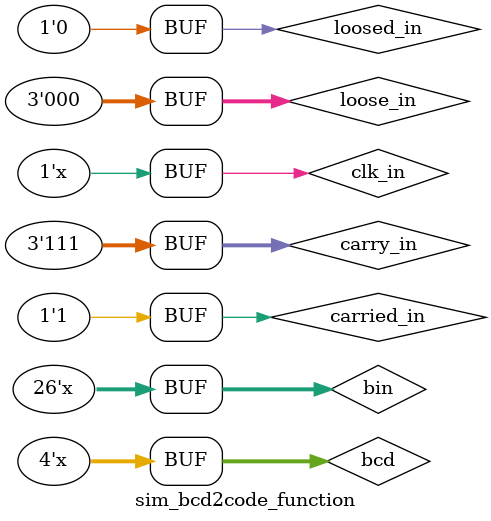
<source format=v>
`timescale 1ns / 1ps


module sim_bcd2code_function;
    reg clk_in = 0;
    always#10
        clk_in = ~clk_in;
    reg[25:0] bin = 26'hfffff;
    always#1000
        bin = bin + 1;
    
    wire[31:0] bcd_out;
    wire bcd_valid_out;
    bin2bcd uut_bin2bcd(
            .clk_in(clk_in),
            .bin_in(bin),//×î¸ß26Î»ÊäÈë
            .bcd_out(bcd_out),//×î¸ß32Î»Êä³ö
            .valid_out(bcd_valid_out)
            );
    reg[31:0] bcd_in;
    always@(posedge bcd_valid_out)
        bcd_in = bcd_out;




    reg carried_in = 1;
    reg[2:0]carry_in = 7;//×î¶à´øÁË7¸ö0
    reg loosed_in = 0;
    reg [2:0]loose_in = 0;//×î¶àÈ¥ÁË7¸ö0       


//////////////output
   reg wrong_out;
   reg valid_out;
   reg[35:0] code_out;//6¸ö×Ö·û£¬Ð¡Êýµã±£Áô2Î»
   reg[2:0] units_out;//0:ÎÞµ¥Î»£¬1:n,2:u,3:m,4:k,5:M£¬6:G£¬7:T
                parameter  zero = 3'd0, sn = 3'd1, su = 3'd2, sm = 3'd3, 
                           lk = 3'd4, lm = 3'd5, lg = 3'd6, lt = 3'd7, space = 6'd62,
                           n0 = 6'd50,point = 6'd63;
                always@(posedge clk_in)
                    if(carried_in&&loosed_in)
                        wrong_out = 1;
                    else
                        wrong_out = 0;
                        
                reg[31:0] bcd_temp = 0;//ÓÃÀ´²Ù×÷µÄbcdÂë
                reg[31:0] bcd_check = 0;//ÓÃÀ´±È½ÏµÄbcdÂë
                reg state = 0;
                reg[2:0] cnt;
                always@(posedge clk_in)//×´Ì¬×ª»»
                    case(state)
                        1'b0:
                             if(bcd_check != bcd_in)
                             begin
                                 bcd_check = bcd_in;
                                 bcd_temp = bcd_in;
                                 state = 1'b1;
                             end
                        1'b1:
                             if(cnt == 7)
                                 state = 0;
                    endcase
                    
                    
                    //////////////ÅÐ¶ÏÊý¾ÝÓÐÐ§Î»³¤¶È
                reg[5:0] i;
                reg[5:0] j;
                reg[3:0] lenth;//Êý¾ÝÓÐÐ§Î»³¤¶È
                reg lenth_flag = 0;
                always@(posedge clk_in)
                    if(~state)
                    begin
                        for(i=32;i>=1;i=i-1)
                        begin
                            j = i - 1;
                            if(~lenth_flag)
                            begin
                                if(bcd_in[j] != 0)
                                begin
                                    lenth = (j/4) + 1;
                                    lenth_flag = 1;
                                end
                                else if(j == 0)
                                begin
                                    lenth = 0;
                                    lenth_flag = 1;
                                end
                            end
                        end
                    end
                    else
                        lenth_flag = 0;                  
                            
                            
                always@(posedge clk_in)//¼ÆÊý
                    if(state)
                        cnt = cnt + 1;
                    else
                        cnt = 3'd7;
                
                
                ////////////////////¸³Öµ
                reg[3:0] bcd;//´«¸øbcd2coreºËµÄÊý¾Ý
                
                reg finished;//ÒÆÎ»Íê³É±êÖ¾
                always@(cnt)
                begin
                    if(cnt != 7)
                    begin
                        bcd = bcd_temp[31:28];
                        bcd_temp = bcd_temp << 4;
                        finished = 0;
                    end
                    else
                    begin
                        bcd = bcd_temp[31:28];
                        finished = 1;
                    end
                end
                
                
                /////////////////×ª»»
                wire[5:0] code;
                bcd2code_core bcd2code_core(
                    .bcd_in(bcd),
                    .code_out(code)
                    );  
                 
                 reg[2:0] cnt1;//ÑÓ³ÙµÄcnt1£¬ÓÃÓÚ´«³öÊý¾ÝµÄÅÐ¶Ï  
                always@(negedge clk_in)//¼ÆÊý
                        if(state)
                            cnt1 = cnt1 + 1;
                        else
                            cnt1 = 3'd7; 
                /////////////¸³Öµ
                reg[47:0] code_temp;
                reg code_out_finished = 0;
                always@(cnt1)
                    if(~finished)
                    begin
                        code_temp[5:0] = code;
                        code_temp = code_temp << 6;
                        code_out_finished = 0;
                    end
                    else
                    begin
                        code_temp[5:0] = code;
                        code_out_finished = 1;
                    end
                //////////////ÕæÊµ³¤¶ÈÅÐ¶Ï
                //³¤¶È×î´ó8Î»
                //Òò´Ë·¶Î§ÊÇ8+7 -- 0 - 7
                reg signed [4:0] real_lenth;
                reg real_lenth_flag = 0;
                always@(posedge clk_in)
                if(lenth_flag)
                begin
                    if(wrong_out)
                        real_lenth = 0;
                    else if(carried_in)
                        real_lenth = lenth - carry_in;
                    else if(loosed_in)
                        real_lenth = lenth + loose_in;
                    else
                        real_lenth = lenth;
                    real_lenth_flag = 1;
                end
                else
                    real_lenth_flag = 0;
            
            
            reg code_change_finished = 0;
            always@(posedge clk_in)//¸ø³ö6Î»code£¬µ¥Î»£¬k,m,g
                if(real_lenth_flag&&code_out_finished)
                begin
                    case(real_lenth)//´Ó15Î»µ½-7Î»
                        5'b01111://15Î»£¬Ô­³¤¶ÈÎª8Î»£¬¼Ó7Î»Áã,
                        begin
                            code_out = code_temp[47:12];
                            units_out = lg;
                        end
                        5'b01110://14Î»£¬Á½ÖÖ¿ÉÄÜÇ°5Î»
                        begin
                            case(lenth)
                                4'd8:begin code_out = {space,code_temp[47:18]}; units_out = lg;end
                                4'd7:begin code_out = {space,code_temp[41:12]}; units_out = lg;end
                            endcase
                        end
                        5'b01101://13Ç°4Î»
                        begin
                            case(lenth)//Á½¸ö¿Õ¸ñ£¬4¸öÓÐÐ§Êý,Ð¡ÊýµãÇ°4Î»
                                4'd8:begin code_out = {code_temp[47:24],point,code_temp[23:18]}; units_out = lg;end
                                4'd7:begin code_out = {code_temp[41:18],point,code_temp[17:12]}; units_out = lg;end
                                4'd6:begin code_out = {code_temp[35:12],point,code_temp[11:6]}; units_out = lg;end
                            endcase
                        end
                        5'b01100://12Ç°3Î»
                        begin
                            case(lenth)//3¸ö¿Õ¸ñ£¬3¸öÓÐÐ§Î»
                                4'd8:begin code_out = {code_temp[47:30],point,code_temp[29:18]}; units_out = lg;end
                                4'd7:begin code_out = {code_temp[41:24],point,code_temp[23:12]}; units_out = lg;end
                                4'd6:begin code_out = {code_temp[35:18],point,code_temp[17:6]}; units_out = lg;end
                                4'd5:begin code_out = {code_temp[29:12],point,code_temp[11:0]}; units_out = lg;end
                            endcase
                        end
                        5'b01011://11Ç°2Î»
                        begin
                            case(lenth)//3¸ö¿Õ¸ñ£¬3¸öÓÐÐ§Î»                                                           
                                4'd8:begin code_out = {code_temp[47:36],point,code_temp[35:18]}; units_out = lg;end
                                4'd7:begin code_out = {code_temp[41:30],point,code_temp[29:12]}; units_out = lg;end
                                4'd6:begin code_out = {code_temp[35:24],point,code_temp[23:6]}; units_out = lg;end
                                4'd5:begin code_out = {code_temp[29:18],point,code_temp[17:0]}; units_out = lg;end
                                4'd4:begin code_out = {space,code_temp[23:12],point,code_temp[11:0]}; units_out = lg;end
                            endcase                                                                           
                        end
                        5'b01010://10,Ð¡ÊýµãÇ°Ò»Î»,G
                        begin
                            case(lenth)
                                4'd8:begin code_out = {code_temp[47:42],point,code_temp[41:18]}; units_out = lg;end     
                                4'd7:begin code_out = {code_temp[41:36],point,code_temp[35:12]}; units_out = lg;end     
                                4'd6:begin code_out = {code_temp[35:30],point,code_temp[29:6]}; units_out = lg;end      
                                4'd5:begin code_out = {code_temp[29:24],point,code_temp[23:0]}; units_out = lg;end      
                                4'd4:begin code_out = {space,code_temp[23:18],point,code_temp[17:0]}; units_out = lg;end
                                4'd3:begin code_out = {space,space,code_temp[17:12],point,code_temp[11:0]}; units_out = lg;end
                            endcase                                                                                     
                        end
                        5'b01001://9,Ð¡ÊýµãÇ°3Î»,ºóÁ½Î»£¬M
                        begin
                            case(lenth)                                                                                       
                                4'd8:begin code_out = {code_temp[47:30],point,code_temp[29:18]}; units_out = lm;end           
                                4'd7:begin code_out = {code_temp[41:24],point,code_temp[23:12]}; units_out = lm;end           
                                4'd6:begin code_out = {code_temp[35:18],point,code_temp[17:6]}; units_out = lm;end            
                                4'd5:begin code_out = {code_temp[29:12],point,code_temp[11:0]}; units_out = lm;end            
                                4'd4:begin code_out = {space,code_temp[23:6],point,code_temp[5:0]}; units_out = lm;end      
                                4'd3:begin code_out = {space,space,space,code_temp[17:0]}; units_out = lm;end
                                4'd2:begin code_out = {space,space,space,code_temp[11:0],n0}; units_out = lm;end
                            endcase                                                                                           
                        end
                        5'b01000://8Î»,Ð¡ÊýµãÇ°Á½Î»£¬ºóÈýÎ»
                        begin
                            case(lenth)                                                                               
                                4'd8:begin code_out = {code_temp[47:36],point,code_temp[35:18]}; units_out = lm;end   
                                4'd7:begin code_out = {code_temp[41:30],point,code_temp[29:12]}; units_out = lm;end   
                                4'd6:begin code_out = {code_temp[35:24],point,code_temp[23:6]}; units_out = lm;end    
                                4'd5:begin code_out = {code_temp[29:18],point,code_temp[17:0]}; units_out = lm;end    
                                4'd4:begin code_out = {space,code_temp[23:12],point,code_temp[11:0]}; units_out = lm;end
                                4'd3:begin code_out = {space,space,code_temp[17:6],point,code_temp[5:0]}; units_out = lm;end         
                                4'd2:begin code_out = {space,space,space,space,code_temp[11:0]}; units_out = lm;end
                                4'd1:begin code_out = {space,space,space,space,code_temp[5:0],n0}; units_out = lm;end
                            endcase                                                                                   
                        end
                        5'b00111://7Î»£¬Ð¡ÊýµãÇ°1Î»
                        begin
                            case(lenth)                                                                                     
                                4'd8:begin code_out = {code_temp[47:42],point,code_temp[41:18]}; units_out = lm;end         
                                4'd7:begin code_out = {code_temp[41:36],point,code_temp[35:12]}; units_out = lm;end         
                                4'd6:begin code_out = {code_temp[35:30],point,code_temp[29:6]}; units_out = lm;end          
                                4'd5:begin code_out = {code_temp[29:24],point,code_temp[23:0]}; units_out = lm;end          
                                4'd4:begin code_out = {space,code_temp[23:18],point,code_temp[17:0]}; units_out = lm;end    
                                4'd3:begin code_out = {space,space,code_temp[17:12],point,code_temp[11:0]}; units_out = lm;end
                                4'd2:begin code_out = {space,space,space,code_temp[11:6],point,code_temp[5:0]}; units_out = lm;end         
                                4'd1:begin code_out = {space,space,space,space,space,code_temp[5:0]}; units_out = lm;end    
                            endcase                                                                                         
                        end
                        5'b00110://6Î»£¬Ð¡ÊýµãÇ°3Î»£¬µ¥Î»k
                        begin
                            case(lenth)                                                                                           
                                4'd8:begin code_out = {code_temp[47:30],point,code_temp[29:18]}; units_out = lk;end               
                                4'd7:begin code_out = {code_temp[41:24],point,code_temp[23:12]}; units_out = lk;end               
                                4'd6:begin code_out = {code_temp[35:18],point,code_temp[17:6]}; units_out = lk;end                
                                4'd5:begin code_out = {code_temp[29:12],point,code_temp[11:0]}; units_out = lk;end                
                                4'd4:begin code_out = {space,code_temp[23:6],point,code_temp[5:0]}; units_out = lk;end          
                                4'd3:begin code_out = {space,space,space,code_temp[17:0]}; units_out = lk;end    
                                4'd2:begin code_out = {space,space,space,code_temp[11:0],n0}; units_out = lk;end
                                4'd1:begin code_out = {space,space,space,code_temp[5:0],n0,n0}; units_out = lk;end             
                            endcase                                                                                               
                        end
                        5'b00101://5Î»£¬Ð¡ÊýµãÇ°2Î»£¬
                        begin
                            case(lenth)                                                                               
                                4'd8:begin code_out = {code_temp[47:36],point,code_temp[35:18]}; units_out = lk;end   
                                4'd7:begin code_out = {code_temp[41:30],point,code_temp[29:12]}; units_out = lk;end   
                                4'd6:begin code_out = {code_temp[35:24],point,code_temp[23:6]}; units_out = lk;end    
                                4'd5:begin code_out = {code_temp[29:18],point,code_temp[17:0]}; units_out = lk;end    
                                4'd4:begin code_out = {space,code_temp[23:12],point,code_temp[11:0]}; units_out = lk;end
                                4'd3:begin code_out = {space,space,code_temp[17:6],point,code_temp[17:6]}; units_out = lk;end         
                                4'd2:begin code_out = {space,space,space,space,code_temp[11:0]}; units_out = lk;end      
                                4'd1:begin code_out = {space,space,space,space,code_temp[5:0],n0}; units_out = lk;end    
                            endcase                                                                                   
                        end
                        5'b00100://4Î»£¬Ð¡ÊýµãÇ°1Î»
                        begin
                            case(lenth)                                                                                      
                                4'd8:begin code_out = {code_temp[47:42],point,code_temp[41:18]}; units_out = lk;end          
                                4'd7:begin code_out = {code_temp[41:36],point,code_temp[35:12]}; units_out = lk;end          
                                4'd6:begin code_out = {code_temp[35:30],point,code_temp[29:6]}; units_out = lk;end           
                                4'd5:begin code_out = {code_temp[29:24],point,code_temp[23:0]}; units_out = lk;end           
                                4'd4:begin code_out = {space,code_temp[23:18],point,code_temp[17:0]}; units_out = lk;end     
                                4'd3:begin code_out = {space,space,code_temp[17:12],point,code_temp[11:6]}; units_out = lk;end
                                4'd2:begin code_out = {space,space,space,code_temp[11:6],point,code_temp[5:0]}; units_out = lk;end          
                                4'd1:begin code_out = {space,space,space,space,space,code_temp[5:0]}; units_out = lk;end        
                            endcase                                                                                          
                        end
                        5'b00011://3Î»£¬µ¥Î»Îª0,Ð¡ÊýµãÇ°3Î»
                        begin
                            case(lenth)                                                                               
                                4'd8:begin code_out = {code_temp[47:30],point,code_temp[29:18]}; units_out = zero;end   
                                4'd7:begin code_out = {code_temp[41:24],point,code_temp[23:12]}; units_out = zero;end   
                                4'd6:begin code_out = {code_temp[35:18],point,code_temp[17:6]}; units_out = zero;end    
                                4'd5:begin code_out = {code_temp[29:12],point,code_temp[11:0]}; units_out = zero;end    
                                4'd4:begin code_out = {space,code_temp[23:6],point,code_temp[5:0]}; units_out = zero;end
                                4'd3:begin code_out = {space,space,space,code_temp[17:0]}; units_out = zero;end         
                                4'd2:begin code_out = {space,space,space,code_temp[11:0],n0}; units_out = zero;end      
                                4'd1:begin code_out = {space,space,space,code_temp[5:0],n0,n0}; units_out = zero;end    
                            endcase                                                                                   
                        end
                        5'b00010://2Î»£¬µ¥Î»Îª0£¬Ð¡ÊýµãÇ°Á½Î»
                        begin
                            case(lenth)                                                                                       
                                4'd8:begin code_out = {code_temp[47:36],point,code_temp[35:18]}; units_out = zero;end           
                                4'd7:begin code_out = {code_temp[41:30],point,code_temp[29:12]}; units_out = zero;end           
                                4'd6:begin code_out = {code_temp[35:24],point,code_temp[23:6]}; units_out = zero;end            
                                4'd5:begin code_out = {code_temp[29:18],point,code_temp[17:0]}; units_out = zero;end            
                                4'd4:begin code_out = {space,code_temp[23:12],point,code_temp[11:0]}; units_out = zero;end      
                                4'd3:begin code_out = {space,space,code_temp[17:6],point,code_temp[17:6]}; units_out = zero;end 
                                4'd2:begin code_out = {space,space,space,space,code_temp[11:0]}; units_out = zero;end           
                                4'd1:begin code_out = {space,space,space,space,code_temp[5:0],n0}; units_out = zero;end         
                            endcase                                                                                           
                        end
                        5'b00001://Ð¡ÊýµãÇ°Ò»Î»
                        begin
                            case(lenth)                                                                                           
                                4'd8:begin code_out = {code_temp[47:42],point,code_temp[41:18]}; units_out = zero;end               
                                4'd7:begin code_out = {code_temp[41:36],point,code_temp[35:12]}; units_out = zero;end               
                                4'd6:begin code_out = {code_temp[35:30],point,code_temp[29:6]}; units_out = zero;end                
                                4'd5:begin code_out = {code_temp[29:24],point,code_temp[23:0]}; units_out = zero;end                
                                4'd4:begin code_out = {space,code_temp[23:18],point,code_temp[17:0]}; units_out = zero;end          
                                4'd3:begin code_out = {space,space,code_temp[17:12],point,code_temp[11:6]}; units_out = zero;end    
                                4'd2:begin code_out = {space,space,space,code_temp[11:6],point,code_temp[5:0]}; units_out = zero;end
                                4'd1:begin code_out = {space,space,space,space,space,code_temp[5:0]}; units_out = zero;end          
                            endcase                                                                                               
                        end
                        5'b00000://Ð¡ÊýµãÇ°ÈýÎ»£¬µ¥Î»sm
                        begin
                            case(lenth)
                                4'd7:begin code_out = {code_temp[41:24],point,code_temp[23:12]}; units_out = sm;end   
                                4'd6:begin code_out = {code_temp[35:18],point,code_temp[17:6]}; units_out = sm;end    
                                4'd5:begin code_out = {code_temp[29:12],point,code_temp[11:0]}; units_out = sm;end    
                                4'd4:begin code_out = {space,code_temp[23:6],point,code_temp[5:0]}; units_out = sm;end
                                4'd3:begin code_out = {space,space,space,code_temp[17:0]}; units_out = sm;end         
                                4'd2:begin code_out = {space,space,space,code_temp[11:0],n0}; units_out = sm;end      
                                4'd1:begin code_out = {space,space,space,code_temp[5:0],n0,n0}; units_out = sm;end  
                            endcase    
                        end
                        5'b11111://-1,Ð¡ÊýµãÇ°2Î»£¬
                        begin
                            case(lenth)                                                                                                
                                4'd6:begin code_out = {code_temp[35:24],point,code_temp[23:6]}; units_out = sm;end           
                                4'd5:begin code_out = {code_temp[29:18],point,code_temp[17:0]}; units_out = sm;end           
                                4'd4:begin code_out = {space,code_temp[23:12],point,code_temp[11:0]}; units_out = sm;end     
                                4'd3:begin code_out = {space,space,code_temp[17:6],point,code_temp[17:6]}; units_out = sm;end
                                4'd2:begin code_out = {space,space,space,space,code_temp[11:0]}; units_out = sm;end          
                                4'd1:begin code_out = {space,space,space,space,code_temp[5:0],n0}; units_out = sm;end        
                            endcase                                                                                            
                        end
                        5'b11110://-2,Ð¡ÊýµãÇ°Ò»Î»
                        begin
                            case(lenth)           
                                4'd5:begin code_out = {code_temp[29:24],point,code_temp[23:0]}; units_out = sm;end                
                                4'd4:begin code_out = {space,code_temp[23:18],point,code_temp[17:0]}; units_out = sm;end          
                                4'd3:begin code_out = {space,space,code_temp[17:12],point,code_temp[11:6]}; units_out = sm;end    
                                4'd2:begin code_out = {space,space,space,code_temp[11:6],point,code_temp[5:0]}; units_out = sm;end
                                4'd1:begin code_out = {space,space,space,space,space,code_temp[5:0]}; units_out = sm;end          
                            endcase                                                                                                 
                        end
                        5'b11101://-3,Ð¡ÊýµãÇ°3Î»£¬µ¥Î»su
                        begin
                            case(lenth)                                                                                  
                                4'd4:begin code_out = {space,code_temp[23:6],point,code_temp[5:0]}; units_out = su;end
                                4'd3:begin code_out = {space,space,space,code_temp[17:0]}; units_out = su;end         
                                4'd2:begin code_out = {space,space,space,code_temp[11:0],n0}; units_out = su;end      
                                4'd1:begin code_out = {space,space,space,code_temp[5:0],n0,n0}; units_out = su;end    
                            endcase                                                                                   
                        end
                        5'b11100://-4,Ð¡ÊýµãÇ°2Î»
                        begin
                            case(lenth)                                                                                        
                                4'd3:begin code_out = {space,space,code_temp[17:6],point,code_temp[17:6]}; units_out = su;end
                                4'd2:begin code_out = {space,space,space,space,code_temp[11:0]}; units_out = su;end          
                                4'd1:begin code_out = {space,space,space,space,code_temp[5:0],n0}; units_out = su;end        
                            endcase                                                                                          
                        end
                        5'b11011://-5,Ð¡ÊýµãÇ°1Î»
                        begin
                            case(lenth)                                                                                           
                                4'd2:begin code_out = {space,space,space,code_temp[11:6],point,code_temp[5:0]}; units_out = su;end
                                4'd1:begin code_out = {space,space,space,space,space,code_temp[5:0]}; units_out = su;end          
                            endcase                                                                                               
                        end
                        5'b11010://-6     Ç°ÈýÎ» µ¥Î»sn
                        begin
                            code_out = {space,space,space,code_temp[5:0],n0,n0}; units_out = sn;
                        end
                    endcase
                    code_change_finished = 1;
                end
                else
                    code_change_finished = 0;
        always@(negedge clk_in)
            if(code_change_finished)
                valid_out = 1;
            else
                valid_out = 0;
endmodule

</source>
